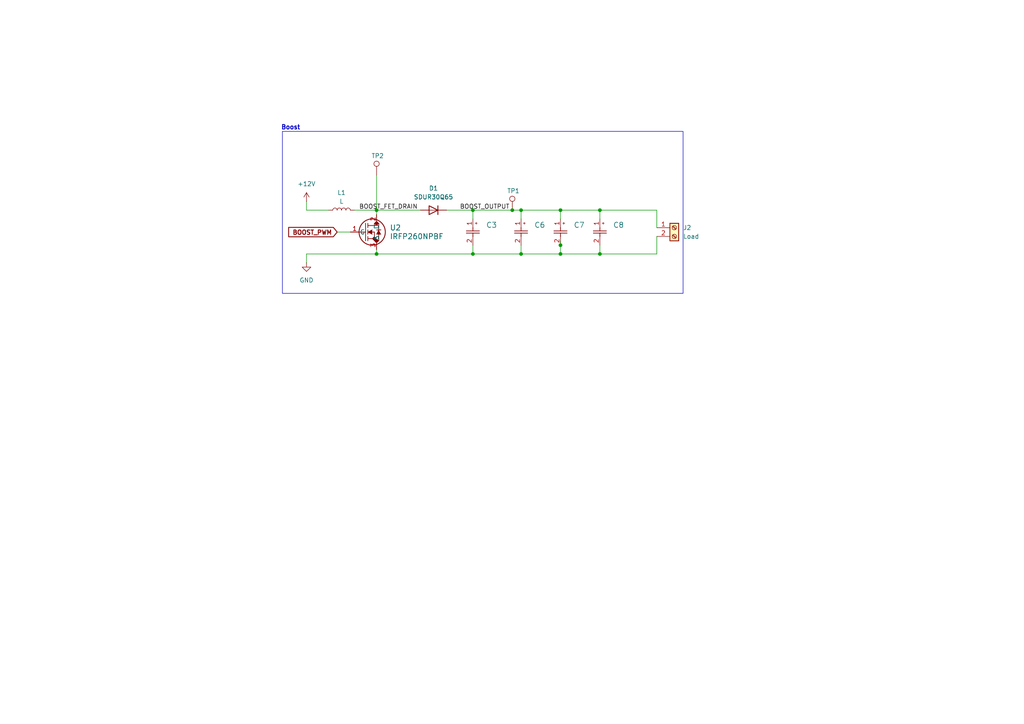
<source format=kicad_sch>
(kicad_sch (version 20250114) (generator "eeschema") (generator_version "9.0")
  (paper "A4")
  (lib_symbols
    (symbol "Connector:Screw_Terminal_01x02" (pin_names (offset 1.016) (hide yes))
      (property "Reference" "J" (at 0 2.54 0))
      (property "Value" "Screw_Terminal_01x02" (at 0 -5.08 0))
      (symbol "Screw_Terminal_01x02_1_1"
        (rectangle (start -1.27 1.27) (end 1.27 -3.81) (stroke (width 0.254)) (fill (type background)))
        (polyline (pts (xy -0.5334 0.3302) (xy 0.3302 -0.508)) (stroke (width 0.1524)))
        (polyline (pts (xy -0.5334 -2.2098) (xy 0.3302 -3.048)) (stroke (width 0.1524)))
        (polyline (pts (xy -0.3556 0.508) (xy 0.508 -0.3302)) (stroke (width 0.1524)))
        (polyline (pts (xy -0.3556 -2.032) (xy 0.508 -2.8702)) (stroke (width 0.1524)))
        (circle (center 0 0) (radius 0.635) (stroke (width 0.1524)))
        (circle (center 0 -2.54) (radius 0.635) (stroke (width 0.1524)))
        (pin passive line (at -5.08 0 0) (length 3.81) (name "Pin_1") (number "1"))
        (pin passive line (at -5.08 -2.54 0) (length 3.81) (name "Pin_2") (number "2"))
      )
    )
    (symbol "Connector:TestPoint" (pin_numbers (hide yes)) (pin_names (offset 0.762) (hide yes))
      (property "Reference" "TP" (at 0 6.858 0))
      (property "Value" "TestPoint" (at 0 5.08 0))
      (symbol "TestPoint_0_1"
        (circle (center 0 3.302) (radius 0.762))
      )
      (symbol "TestPoint_1_1"
        (pin passive line (at 0 0 90) (length 2.54) (name "1") (number "1"))
      )
    )
    (symbol "Device:D" (pin_numbers (hide yes)) (pin_names (offset 1.016) (hide yes))
      (property "Reference" "D" (at 0 2.54 0))
      (property "Value" "D" (at 0 -2.54 0))
      (symbol "D_0_1"
        (polyline (pts (xy -1.27 1.27) (xy -1.27 -1.27)) (stroke (width 0.254)))
        (polyline (pts (xy 1.27 1.27) (xy 1.27 -1.27) (xy -1.27 0) (xy 1.27 1.27)) (stroke (width 0.254)))
        (polyline (pts (xy 1.27 0) (xy -1.27 0)))
      )
      (symbol "D_1_1"
        (pin passive line (at -3.81 0 0) (length 2.54) (name "K") (number "1"))
        (pin passive line (at 3.81 0 180) (length 2.54) (name "A") (number "2"))
      )
    )
    (symbol "Device:L" (pin_numbers (hide yes)) (pin_names (offset 1.016) (hide yes))
      (property "Reference" "L" (at -1.27 0 90))
      (property "Value" "L" (at 1.905 0 90))
      (symbol "L_0_1"
        (arc (start 0 2.54) (mid 0.6323 1.905) (end 0 1.27))
        (arc (start 0 1.27) (mid 0.6323 0.635) (end 0 0))
        (arc (start 0 0) (mid 0.6323 -0.635) (end 0 -1.27))
        (arc (start 0 -1.27) (mid 0.6323 -1.905) (end 0 -2.54))
      )
      (symbol "L_1_1"
        (pin passive line (at 0 3.81 270) (length 1.27) (name "1") (number "1"))
        (pin passive line (at 0 -3.81 90) (length 1.27) (name "2") (number "2"))
      )
    )
    (symbol "IRFP260N:IRFP260NPBF" (pin_names (offset 0.254))
      (property "Reference" "U" (at 11.43 1.905 0))
      (property "Value" "IRFP260NPBF" (at 11.43 -2.54 0))
      (symbol "IRFP260NPBF_0_1"
        (polyline (pts (xy 2.54 0) (xy 4.445 0)) (stroke (width 0.2032)))
        (polyline (pts (xy 4.445 -2.54) (xy 4.445 2.54)) (stroke (width 0.2032)))
        (polyline (pts (xy 5.08 1.905) (xy 6.985 1.905)) (stroke (width 0.2032)))
        (polyline (pts (xy 5.08 1.27) (xy 5.08 2.54)) (stroke (width 0.2032)))
        (polyline (pts (xy 5.08 -0.635) (xy 5.08 0.635)) (stroke (width 0.2032)))
        (polyline (pts (xy 5.08 -1.905) (xy 6.985 -1.905)) (stroke (width 0.2032)))
        (polyline (pts (xy 5.08 -2.54) (xy 5.08 -1.27)) (stroke (width 0.2032)))
        (polyline (pts (xy 6.35 0.635) (xy 5.08 0) (xy 6.35 -0.635)) (fill (type outline)))
        (polyline (pts (xy 6.35 0) (xy 6.985 0)) (stroke (width 0.2032)))
        (circle (center 6.35 0) (radius 3.81) (stroke (width 0.254)))
        (polyline (pts (xy 6.985 2.54) (xy 8.255 2.54)) (stroke (width 0.2032)))
        (polyline (pts (xy 6.985 1.905) (xy 6.985 2.54)) (stroke (width 0.2032)))
        (circle (center 6.985 -1.905) (radius 0.0254) (stroke (width 0.508)))
        (polyline (pts (xy 6.985 -2.54) (xy 6.985 0)) (stroke (width 0.2032)))
        (polyline (pts (xy 6.985 -2.54) (xy 8.255 -2.54)) (stroke (width 0.2032)))
        (circle (center 7.62 2.54) (radius 0.0254) (stroke (width 0.508)))
        (circle (center 7.62 -2.54) (radius 0.0254) (stroke (width 0.508)))
        (polyline (pts (xy 8.255 0.635) (xy 8.255 2.54)) (stroke (width 0.2032)))
        (polyline (pts (xy 8.255 -2.54) (xy 8.255 -0.635)) (stroke (width 0.2032)))
        (polyline (pts (xy 8.89 0.635) (xy 7.62 0.635)) (stroke (width 0.2032)))
        (polyline (pts (xy 8.89 -0.635) (xy 7.62 -0.635) (xy 8.255 0.635)) (fill (type outline)))
        (pin unspecified line (at 0 0 0) (length 2.54) (name "G") (number "1"))
        (pin unspecified line (at 7.62 5.08 270) (length 2.54) (name "D") (number "2"))
        (pin unspecified line (at 7.62 -5.08 90) (length 2.54) (name "S") (number "3"))
      )
    )
    (symbol "UVZ2A331MHD1TO:UVZ2A331MHD1TO" (pin_names (offset 0.254))
      (property "Reference" "C" (at 3.81 3.81 0))
      (property "Value" "UVZ2A331MHD1TO" (at 3.81 -3.81 0))
      (symbol "UVZ2A331MHD1TO_1_1"
        (polyline (pts (xy 0.9525 0.9525) (xy 1.5875 0.9525)) (stroke (width 0.127)))
        (polyline (pts (xy 1.27 1.27) (xy 1.27 0.635)) (stroke (width 0.127)))
        (polyline (pts (xy 2.54 0) (xy 3.4798 0)) (stroke (width 0.2032)))
        (polyline (pts (xy 3.4798 -1.905) (xy 3.4798 1.905)) (stroke (width 0.2032)))
        (polyline (pts (xy 4.1148 0) (xy 5.08 0)) (stroke (width 0.2032)))
        (polyline (pts (xy 4.1148 -1.905) (xy 4.1148 1.905)) (stroke (width 0.2032)))
        (pin unspecified line (at 0 0 0) (length 2.54) (name "") (number "1"))
        (pin unspecified line (at 7.62 0 180) (length 2.54) (name "") (number "2"))
      )
      (symbol "UVZ2A331MHD1TO_1_2"
        (polyline (pts (xy -1.905 -3.4798) (xy 1.905 -3.4798)) (stroke (width 0.2032)))
        (polyline (pts (xy -1.905 -4.1148) (xy 1.905 -4.1148)) (stroke (width 0.2032)))
        (polyline (pts (xy 0 -2.54) (xy 0 -3.4798)) (stroke (width 0.2032)))
        (polyline (pts (xy 0 -4.1148) (xy 0 -5.08)) (stroke (width 0.2032)))
        (polyline (pts (xy 0.3175 -1.5875) (xy 0.9525 -1.5875)) (stroke (width 0.127)))
        (polyline (pts (xy 0.635 -1.27) (xy 0.635 -1.905)) (stroke (width 0.127)))
        (pin unspecified line (at 0 0 270) (length 2.54) (name "") (number "1"))
        (pin unspecified line (at 0 -7.62 90) (length 2.54) (name "") (number "2"))
      )
    )
    (symbol "power:+12V" (power) (pin_numbers (hide yes)) (pin_names (offset 0) (hide yes))
      (property "Value" "+12V" (at 0 3.556 0))
      (symbol "+12V_0_1"
        (polyline (pts (xy -0.762 1.27) (xy 0 2.54)))
        (polyline (pts (xy 0 2.54) (xy 0.762 1.27)))
        (polyline (pts (xy 0 0) (xy 0 2.54)))
      )
      (symbol "+12V_1_1"
        (pin power_in line (at 0 0 90) (length 0) (name "~") (number "1"))
      )
    )
    (symbol "power:GND" (power) (pin_numbers (hide yes)) (pin_names (offset 0) (hide yes))
      (property "Value" "GND" (at 0 -3.81 0))
      (symbol "GND_0_1"
        (polyline (pts (xy 0 0) (xy 0 -1.27) (xy 1.27 -1.27) (xy 0 -2.54) (xy -1.27 -1.27) (xy 0 -1.27)))
      )
      (symbol "GND_1_1"
        (pin power_in line (at 0 0 270) (length 0) (name "~") (number "1"))
      )
    )
  )
  (rectangle (start 81.915 38.1) (end 198.12 85.09))
  (text "Boost\n\n" (at 84.328 38.1 0) (effects (font (size 1.27 1.27) (thickness 0.254) (bold yes))))
  (junction (at 109.22 73.66))
  (junction (at 173.99 60.96))
  (junction (at 137.16 60.96))
  (junction (at 173.99 73.66))
  (junction (at 137.16 73.66))
  (junction (at 162.56 71.12))
  (junction (at 148.59 60.96))
  (junction (at 109.22 60.96))
  (junction (at 162.56 73.66))
  (junction (at 151.13 60.96))
  (junction (at 151.13 73.66))
  (junction (at 162.56 60.96))
  (wire (pts (xy 162.56 73.66) (xy 173.99 73.66)))
  (wire (pts (xy 137.16 71.12) (xy 137.16 73.66)))
  (wire (pts (xy 97.79 67.31) (xy 101.6 67.31)))
  (wire (pts (xy 151.13 60.96) (xy 151.13 63.5)))
  (wire (pts (xy 190.5 60.96) (xy 173.99 60.96)))
  (wire (pts (xy 88.9 60.96) (xy 95.25 60.96)))
  (wire (pts (xy 88.9 58.42) (xy 88.9 60.96)))
  (wire (pts (xy 109.22 73.66) (xy 109.22 72.39)))
  (wire (pts (xy 190.5 68.58) (xy 190.5 73.66)))
  (wire (pts (xy 137.16 60.96) (xy 148.59 60.96)))
  (wire (pts (xy 109.22 60.96) (xy 109.22 62.23)))
  (wire (pts (xy 173.99 71.12) (xy 173.99 73.66)))
  (wire (pts (xy 173.99 60.96) (xy 173.99 63.5)))
  (wire (pts (xy 109.22 73.66) (xy 137.16 73.66)))
  (wire (pts (xy 162.56 60.96) (xy 162.56 63.5)))
  (wire (pts (xy 151.13 73.66) (xy 162.56 73.66)))
  (wire (pts (xy 109.22 50.8) (xy 109.22 60.96)))
  (wire (pts (xy 190.5 66.04) (xy 190.5 60.96)))
  (wire (pts (xy 162.56 69.85) (xy 162.56 71.12)))
  (wire (pts (xy 109.22 60.96) (xy 121.92 60.96)))
  (wire (pts (xy 137.16 60.96) (xy 137.16 63.5)))
  (wire (pts (xy 129.54 60.96) (xy 137.16 60.96)))
  (wire (pts (xy 102.87 60.96) (xy 109.22 60.96)))
  (wire (pts (xy 173.99 73.66) (xy 190.5 73.66)))
  (wire (pts (xy 137.16 73.66) (xy 151.13 73.66)))
  (wire (pts (xy 151.13 60.96) (xy 148.59 60.96)))
  (wire (pts (xy 162.56 71.12) (xy 162.56 73.66)))
  (wire (pts (xy 88.9 73.66) (xy 109.22 73.66)))
  (wire (pts (xy 162.56 60.96) (xy 151.13 60.96)))
  (wire (pts (xy 88.9 76.2) (xy 88.9 73.66)))
  (wire (pts (xy 151.13 71.12) (xy 151.13 73.66)))
  (wire (pts (xy 173.99 60.96) (xy 162.56 60.96)))
  (label "BOOST_OUTPUT" (at 133.35 60.96 0))
  (label "BOOST_FET_DRAIN" (at 104.14 60.96 0))
  (global_label "BOOST_PWM" (shape input) (at 97.79 67.31 180) (effects (font (thickness 0.254) (bold yes))) (property "Intersheetrefs" "${INTERSHEET_REFS}" (effects (hide yes))))
  (symbol (lib_id "Connector:TestPoint") (at 109.22 50.8 0) (unit 1)
    (property "Reference" "TP2" (at 107.696 45.212 0) (effects (justify left)))
    (property "Value" "TestPoint" (effects (hide yes)))
    (property "Description" "test point" (effects (hide yes)))
  )
  (symbol (lib_id "power:GND") (at 88.9 76.2 0) (unit 1)
    (property "Reference" "#PWR06" (effects (hide yes)))
    (property "Value" "GND" (at 88.9 81.28 0))
    (property "Description" "Power symbol creates a global label with name \"GND\" , ground" (effects (hide yes)))
  )
  (symbol (lib_id "UVZ2A331MHD1TO:UVZ2A331MHD1TO") (at 173.99 63.5 270) (unit 1)
    (property "Reference" "C8" (at 177.8 65.2652 90) (effects (font (size 1.524 1.524)) (justify left)))
    (property "Value" "UVZ2A331MHD1TO" (effects (hide yes)))
    (property "Footprint" "CAP_UEP_12P5X25_NCH" (effects (hide yes)))
    (property "Datasheet" "UVZ2A331MHD1TO" (effects (hide yes)))
  )
  (symbol (lib_id "IRFP260N:IRFP260NPBF") (at 101.6 67.31 0) (unit 1)
    (property "Reference" "U2" (at 113.03 66.0399 0) (effects (font (size 1.524 1.524)) (justify left)))
    (property "Value" "IRFP260NPBF" (at 113.03 68.5799 0) (effects (font (size 1.524 1.524)) (justify left)))
    (property "Footprint" "PG-TO247-3-46_INF" (effects (hide yes)))
    (property "Datasheet" "IRFP260NPBF" (effects (hide yes)))
  )
  (symbol (lib_id "UVZ2A331MHD1TO:UVZ2A331MHD1TO") (at 137.16 63.5 270) (unit 1)
    (property "Reference" "C3" (at 140.97 65.2652 90) (effects (font (size 1.524 1.524)) (justify left)))
    (property "Value" "UVZ2A331MHD1TO" (effects (hide yes)))
    (property "Footprint" "CAP_UEP_12P5X25_NCH" (effects (hide yes)))
    (property "Datasheet" "UVZ2A331MHD1TO" (effects (hide yes)))
  )
  (symbol (lib_id "Connector:Screw_Terminal_01x02") (at 195.58 66.04 0) (unit 1)
    (property "Reference" "J2" (at 198.12 66.0399 0) (effects (justify left)))
    (property "Value" "Load" (at 198.12 68.5799 0) (effects (justify left)))
    (property "Description" "Generic screw terminal, single row, 01x02, script generated (kicad-library-utils/schlib/autogen/connector/)" (effects (hide yes)))
  )
  (symbol (lib_id "Device:D") (at 125.73 60.96 180) (unit 1)
    (property "Reference" "D1" (at 125.73 54.61 0))
    (property "Value" "SDUR30Q65" (at 125.73 57.15 0))
    (property "Footprint" "Package_TO_SOT_THT:TO-220-2_Vertical" (effects (hide yes)))
    (property "Description" "Diode" (effects (hide yes)))
    (property "Sim.Device" "D" (effects (hide yes)))
    (property "Sim.Pins" "1=K 2=A" (effects (hide yes)))
  )
  (symbol (lib_id "power:+12V") (at 88.9 58.42 0) (unit 1)
    (property "Reference" "#PWR05" (effects (hide yes)))
    (property "Value" "+12V" (at 88.9 53.34 0))
    (property "Description" "Power symbol creates a global label with name \"+12V\"" (effects (hide yes)))
  )
  (symbol (lib_id "Device:L") (at 99.06 60.96 90) (unit 1)
    (property "Reference" "L1" (at 99.06 55.88 90))
    (property "Value" "L" (at 99.06 58.42 90))
    (property "Footprint" "iiks_footprints:200uHCustomL" (effects (hide yes)))
    (property "Description" "Inductor" (effects (hide yes)))
  )
  (symbol (lib_id "Connector:TestPoint") (at 148.59 60.96 0) (unit 1)
    (property "Reference" "TP1" (at 147.066 55.372 0) (effects (justify left)))
    (property "Value" "TestPoint" (effects (hide yes)))
    (property "Description" "test point" (effects (hide yes)))
  )
  (symbol (lib_id "UVZ2A331MHD1TO:UVZ2A331MHD1TO") (at 162.56 63.5 270) (unit 1)
    (property "Reference" "C7" (at 166.37 65.2652 90) (effects (font (size 1.524 1.524)) (justify left)))
    (property "Value" "UVZ2A331MHD1TO" (effects (hide yes)))
    (property "Footprint" "CAP_UEP_12P5X25_NCH" (effects (hide yes)))
    (property "Datasheet" "UVZ2A331MHD1TO" (effects (hide yes)))
  )
  (symbol (lib_id "UVZ2A331MHD1TO:UVZ2A331MHD1TO") (at 151.13 63.5 270) (unit 1)
    (property "Reference" "C6" (at 154.94 65.2652 90) (effects (font (size 1.524 1.524)) (justify left)))
    (property "Value" "UVZ2A331MHD1TO" (effects (hide yes)))
    (property "Footprint" "CAP_UEP_12P5X25_NCH" (effects (hide yes)))
    (property "Datasheet" "UVZ2A331MHD1TO" (effects (hide yes)))
  )
)
</source>
